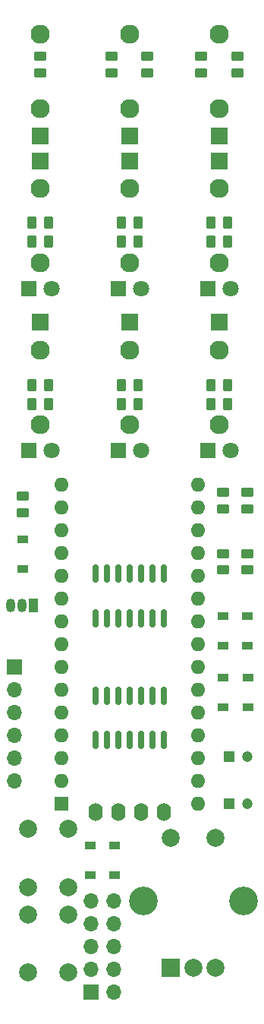
<source format=gbr>
%TF.GenerationSoftware,KiCad,Pcbnew,6.0.11-2627ca5db0~126~ubuntu22.04.1*%
%TF.CreationDate,2023-07-09T22:08:18+03:00*%
%TF.ProjectId,gtoe,67746f65-2e6b-4696-9361-645f70636258,rev?*%
%TF.SameCoordinates,Original*%
%TF.FileFunction,Soldermask,Bot*%
%TF.FilePolarity,Negative*%
%FSLAX46Y46*%
G04 Gerber Fmt 4.6, Leading zero omitted, Abs format (unit mm)*
G04 Created by KiCad (PCBNEW 6.0.11-2627ca5db0~126~ubuntu22.04.1) date 2023-07-09 22:08:18*
%MOMM*%
%LPD*%
G01*
G04 APERTURE LIST*
G04 Aperture macros list*
%AMRoundRect*
0 Rectangle with rounded corners*
0 $1 Rounding radius*
0 $2 $3 $4 $5 $6 $7 $8 $9 X,Y pos of 4 corners*
0 Add a 4 corners polygon primitive as box body*
4,1,4,$2,$3,$4,$5,$6,$7,$8,$9,$2,$3,0*
0 Add four circle primitives for the rounded corners*
1,1,$1+$1,$2,$3*
1,1,$1+$1,$4,$5*
1,1,$1+$1,$6,$7*
1,1,$1+$1,$8,$9*
0 Add four rect primitives between the rounded corners*
20,1,$1+$1,$2,$3,$4,$5,0*
20,1,$1+$1,$4,$5,$6,$7,0*
20,1,$1+$1,$6,$7,$8,$9,0*
20,1,$1+$1,$8,$9,$2,$3,0*%
G04 Aperture macros list end*
%ADD10R,1.930000X1.830000*%
%ADD11C,2.130000*%
%ADD12C,2.000000*%
%ADD13R,1.800000X1.800000*%
%ADD14C,1.800000*%
%ADD15O,1.600000X2.000000*%
%ADD16R,2.000000X2.000000*%
%ADD17C,3.200000*%
%ADD18R,1.200000X0.900000*%
%ADD19RoundRect,0.250000X-0.450000X0.262500X-0.450000X-0.262500X0.450000X-0.262500X0.450000X0.262500X0*%
%ADD20R,1.200000X1.200000*%
%ADD21C,1.200000*%
%ADD22RoundRect,0.250000X0.262500X0.450000X-0.262500X0.450000X-0.262500X-0.450000X0.262500X-0.450000X0*%
%ADD23RoundRect,0.150000X-0.150000X0.825000X-0.150000X-0.825000X0.150000X-0.825000X0.150000X0.825000X0*%
%ADD24R,1.600000X1.600000*%
%ADD25O,1.600000X1.600000*%
%ADD26RoundRect,0.250000X0.450000X-0.262500X0.450000X0.262500X-0.450000X0.262500X-0.450000X-0.262500X0*%
%ADD27R,1.700000X1.700000*%
%ADD28O,1.700000X1.700000*%
%ADD29R,1.050000X1.500000*%
%ADD30O,1.050000X1.500000*%
G04 APERTURE END LIST*
D10*
%TO.C,J9*%
X124800000Y-52780000D03*
D11*
X124800000Y-41380000D03*
X124800000Y-49680000D03*
%TD*%
D12*
%TO.C,SW3*%
X103450000Y-146000000D03*
X103450000Y-139500000D03*
X107950000Y-139500000D03*
X107950000Y-146000000D03*
%TD*%
D13*
%TO.C,D5*%
X113530000Y-87800000D03*
D14*
X116070000Y-87800000D03*
%TD*%
D10*
%TO.C,J2*%
X114800000Y-55520000D03*
D11*
X114800000Y-66920000D03*
X114800000Y-58620000D03*
%TD*%
D15*
%TO.C,Screen*%
X118621000Y-128100000D03*
X116081000Y-128100000D03*
X113541000Y-128100000D03*
X111000000Y-128100000D03*
%TD*%
D10*
%TO.C,J5*%
X114800000Y-73520000D03*
D11*
X114800000Y-84920000D03*
X114800000Y-76620000D03*
%TD*%
D13*
%TO.C,D4*%
X103530000Y-87800000D03*
D14*
X106070000Y-87800000D03*
%TD*%
D13*
%TO.C,D3*%
X123530000Y-69800000D03*
D14*
X126070000Y-69800000D03*
%TD*%
D10*
%TO.C,J3*%
X124800000Y-55520000D03*
D11*
X124800000Y-66920000D03*
X124800000Y-58620000D03*
%TD*%
D13*
%TO.C,D2*%
X113530000Y-69800000D03*
D14*
X116070000Y-69800000D03*
%TD*%
D16*
%TO.C,SW2*%
X119400000Y-145500000D03*
D12*
X124400000Y-145500000D03*
X121900000Y-145500000D03*
D17*
X116300000Y-138000000D03*
X127500000Y-138000000D03*
D12*
X124400000Y-131000000D03*
X119400000Y-131000000D03*
%TD*%
D10*
%TO.C,J8*%
X114800000Y-52780000D03*
D11*
X114800000Y-41380000D03*
X114800000Y-49680000D03*
%TD*%
D10*
%TO.C,J6*%
X124800000Y-73520000D03*
D11*
X124800000Y-84920000D03*
X124800000Y-76620000D03*
%TD*%
D10*
%TO.C,J1*%
X104800000Y-55520000D03*
D11*
X104800000Y-66920000D03*
X104800000Y-58620000D03*
%TD*%
D13*
%TO.C,D6*%
X123530000Y-87800000D03*
D14*
X126070000Y-87800000D03*
%TD*%
D13*
%TO.C,D1*%
X103530000Y-69800000D03*
D14*
X106070000Y-69800000D03*
%TD*%
D10*
%TO.C,J4*%
X104800000Y-73520000D03*
D11*
X104800000Y-84920000D03*
X104800000Y-76620000D03*
%TD*%
D10*
%TO.C,J7*%
X104800000Y-52780000D03*
D11*
X104800000Y-41380000D03*
X104800000Y-49680000D03*
%TD*%
D12*
%TO.C,SW1*%
X103450000Y-136500000D03*
X103450000Y-130000000D03*
X107950000Y-130000000D03*
X107950000Y-136500000D03*
%TD*%
D18*
%TO.C,D13*%
X113100000Y-131850000D03*
X113100000Y-135150000D03*
%TD*%
D19*
%TO.C,R19*%
X122800000Y-43887500D03*
X122800000Y-45712500D03*
%TD*%
D20*
%TO.C,C1*%
X125900000Y-127200000D03*
D21*
X127900000Y-127200000D03*
%TD*%
D18*
%TO.C,D9*%
X128000000Y-116450000D03*
X128000000Y-113150000D03*
%TD*%
%TO.C,D11*%
X127900000Y-109550000D03*
X127900000Y-106250000D03*
%TD*%
D22*
%TO.C,R9*%
X115712500Y-82600000D03*
X113887500Y-82600000D03*
%TD*%
D18*
%TO.C,D12*%
X110400000Y-131850000D03*
X110400000Y-135150000D03*
%TD*%
D22*
%TO.C,R3*%
X115712500Y-64500000D03*
X113887500Y-64500000D03*
%TD*%
D23*
%TO.C,U2*%
X110990000Y-115125000D03*
X112260000Y-115125000D03*
X113530000Y-115125000D03*
X114800000Y-115125000D03*
X116070000Y-115125000D03*
X117340000Y-115125000D03*
X118610000Y-115125000D03*
X118610000Y-120075000D03*
X117340000Y-120075000D03*
X116070000Y-120075000D03*
X114800000Y-120075000D03*
X113530000Y-120075000D03*
X112260000Y-120075000D03*
X110990000Y-120075000D03*
%TD*%
D24*
%TO.C,A1*%
X107175000Y-127200000D03*
D25*
X107175000Y-124660000D03*
X107175000Y-122120000D03*
X107175000Y-119580000D03*
X107175000Y-117040000D03*
X107175000Y-114500000D03*
X107175000Y-111960000D03*
X107175000Y-109420000D03*
X107175000Y-106880000D03*
X107175000Y-104340000D03*
X107175000Y-101800000D03*
X107175000Y-99260000D03*
X107175000Y-96720000D03*
X107175000Y-94180000D03*
X107175000Y-91640000D03*
X122415000Y-91640000D03*
X122415000Y-94180000D03*
X122415000Y-96720000D03*
X122415000Y-99260000D03*
X122415000Y-101800000D03*
X122415000Y-104340000D03*
X122415000Y-106880000D03*
X122415000Y-109420000D03*
X122415000Y-111960000D03*
X122415000Y-114500000D03*
X122415000Y-117040000D03*
X122415000Y-119580000D03*
X122415000Y-122120000D03*
X122415000Y-124660000D03*
X122415000Y-127200000D03*
%TD*%
D19*
%TO.C,R13*%
X104800000Y-43887500D03*
X104800000Y-45712500D03*
%TD*%
D22*
%TO.C,R7*%
X105712500Y-82600000D03*
X103887500Y-82600000D03*
%TD*%
%TO.C,R12*%
X125712500Y-80500000D03*
X123887500Y-80500000D03*
%TD*%
%TO.C,R10*%
X115712500Y-80500000D03*
X113887500Y-80500000D03*
%TD*%
D26*
%TO.C,R14*%
X102900000Y-94712500D03*
X102900000Y-92887500D03*
%TD*%
%TO.C,R22*%
X125200000Y-101112500D03*
X125200000Y-99287500D03*
%TD*%
D19*
%TO.C,R18*%
X116800000Y-43887500D03*
X116800000Y-45712500D03*
%TD*%
D27*
%TO.C,J11*%
X101900000Y-111950000D03*
D28*
X101900000Y-114490000D03*
X101900000Y-117030000D03*
X101900000Y-119570000D03*
X101900000Y-122110000D03*
X101900000Y-124650000D03*
%TD*%
D22*
%TO.C,R2*%
X105712500Y-62400000D03*
X103887500Y-62400000D03*
%TD*%
%TO.C,R5*%
X125712500Y-64500000D03*
X123887500Y-64500000D03*
%TD*%
%TO.C,R11*%
X125712500Y-82600000D03*
X123887500Y-82600000D03*
%TD*%
D19*
%TO.C,R20*%
X127900000Y-99287500D03*
X127900000Y-101112500D03*
%TD*%
D20*
%TO.C,C2*%
X125900000Y-121900000D03*
D21*
X127900000Y-121900000D03*
%TD*%
D18*
%TO.C,D8*%
X125200000Y-116450000D03*
X125200000Y-113150000D03*
%TD*%
D22*
%TO.C,R1*%
X105712500Y-64500000D03*
X103887500Y-64500000D03*
%TD*%
D19*
%TO.C,R15*%
X112800000Y-43887500D03*
X112800000Y-45712500D03*
%TD*%
D22*
%TO.C,R8*%
X105712500Y-80500000D03*
X103887500Y-80500000D03*
%TD*%
D23*
%TO.C,U1*%
X110990000Y-101525000D03*
X112260000Y-101525000D03*
X113530000Y-101525000D03*
X114800000Y-101525000D03*
X116070000Y-101525000D03*
X117340000Y-101525000D03*
X118610000Y-101525000D03*
X118610000Y-106475000D03*
X117340000Y-106475000D03*
X116070000Y-106475000D03*
X114800000Y-106475000D03*
X113530000Y-106475000D03*
X112260000Y-106475000D03*
X110990000Y-106475000D03*
%TD*%
D18*
%TO.C,D7*%
X102900000Y-101000000D03*
X102900000Y-97700000D03*
%TD*%
D19*
%TO.C,R21*%
X127900000Y-92487500D03*
X127900000Y-94312500D03*
%TD*%
D22*
%TO.C,R4*%
X115712500Y-62400000D03*
X113887500Y-62400000D03*
%TD*%
D26*
%TO.C,R17*%
X125200000Y-94312500D03*
X125200000Y-92487500D03*
%TD*%
D18*
%TO.C,D10*%
X125200000Y-109550000D03*
X125200000Y-106250000D03*
%TD*%
D22*
%TO.C,R6*%
X125712500Y-62400000D03*
X123887500Y-62400000D03*
%TD*%
D19*
%TO.C,R16*%
X126800000Y-43887500D03*
X126800000Y-45712500D03*
%TD*%
D29*
%TO.C,Q1*%
X104100000Y-105100000D03*
D30*
X102830000Y-105100000D03*
X101560000Y-105100000D03*
%TD*%
D27*
%TO.C,RED*%
X110525000Y-148160000D03*
D28*
X113065000Y-148160000D03*
X110525000Y-145620000D03*
X113065000Y-145620000D03*
X110525000Y-143080000D03*
X113065000Y-143080000D03*
X110525000Y-140540000D03*
X113065000Y-140540000D03*
X110525000Y-138000000D03*
X113065000Y-138000000D03*
%TD*%
M02*

</source>
